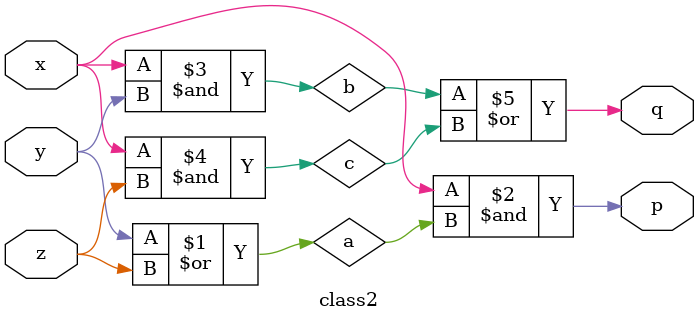
<source format=v>
module class2(x,y,z,p,q);
	input x,y,z;
	output p,q;
	or(a,y,z);
	and (p,x,a);
	and(b,x,y);
	and(c,x,z);
	or(q,b,c);
endmodule


</source>
